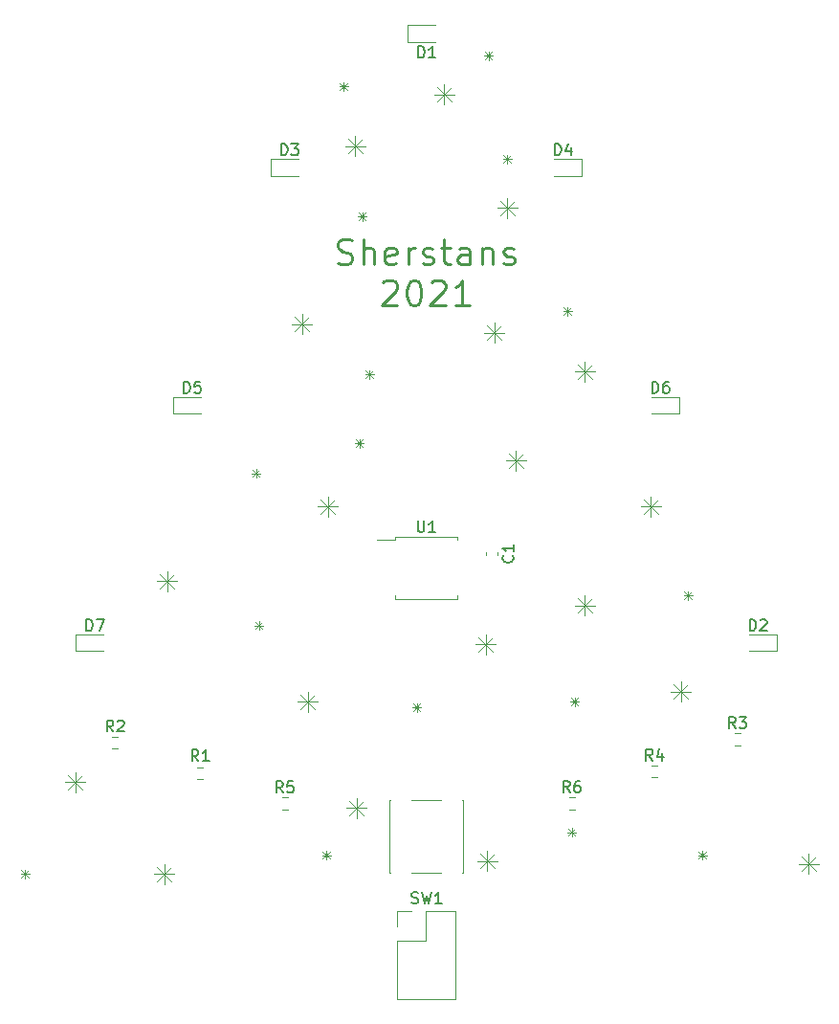
<source format=gto>
G04 #@! TF.GenerationSoftware,KiCad,Pcbnew,(5.1.10-1-10_14)*
G04 #@! TF.CreationDate,2021-11-27T23:13:30-07:00*
G04 #@! TF.ProjectId,ChristmasTreePCB,43687269-7374-46d6-9173-547265655043,rev?*
G04 #@! TF.SameCoordinates,Original*
G04 #@! TF.FileFunction,Legend,Top*
G04 #@! TF.FilePolarity,Positive*
%FSLAX46Y46*%
G04 Gerber Fmt 4.6, Leading zero omitted, Abs format (unit mm)*
G04 Created by KiCad (PCBNEW (5.1.10-1-10_14)) date 2021-11-27 23:13:30*
%MOMM*%
%LPD*%
G01*
G04 APERTURE LIST*
%ADD10C,0.120000*%
%ADD11C,0.250000*%
%ADD12C,0.150000*%
%ADD13R,1.700000X1.700000*%
%ADD14O,1.700000X1.700000*%
%ADD15C,2.100000*%
%ADD16R,1.300000X1.550000*%
%ADD17R,2.000000X2.000000*%
%ADD18C,2.000000*%
G04 APERTURE END LIST*
D10*
X255524000Y-81026000D02*
X255524000Y-81788000D01*
X255206500Y-81089500D02*
X255841500Y-81724500D01*
X255143000Y-81407000D02*
X255905000Y-81407000D01*
X255841500Y-81089500D02*
X255206500Y-81724500D01*
X257111500Y-104076500D02*
X256476500Y-104711500D01*
X256413000Y-104394000D02*
X257175000Y-104394000D01*
X256794000Y-104013000D02*
X256794000Y-104775000D01*
X256476500Y-104076500D02*
X257111500Y-104711500D01*
X245554500Y-102044500D02*
X244919500Y-102679500D01*
X245237000Y-101981000D02*
X245237000Y-102743000D01*
X244919500Y-102044500D02*
X245554500Y-102679500D01*
X244856000Y-102362000D02*
X245618000Y-102362000D01*
X245808500Y-90487500D02*
X245173500Y-91122500D01*
X245491000Y-90424000D02*
X245491000Y-91186000D01*
X245173500Y-90487500D02*
X245808500Y-91122500D01*
X245110000Y-90805000D02*
X245872000Y-90805000D01*
X231140000Y-91313000D02*
X231902000Y-91313000D01*
X231838500Y-90995500D02*
X231203500Y-91630500D01*
X231521000Y-90932000D02*
X231521000Y-91694000D01*
X231203500Y-90995500D02*
X231838500Y-91630500D01*
X223520000Y-104013000D02*
X223520000Y-104775000D01*
X223202500Y-104076500D02*
X223837500Y-104711500D01*
X223837500Y-104076500D02*
X223202500Y-104711500D01*
X223139000Y-104394000D02*
X223901000Y-104394000D01*
X196469000Y-106045000D02*
X197231000Y-106045000D01*
X197167500Y-105727500D02*
X196532500Y-106362500D01*
X196532500Y-105727500D02*
X197167500Y-106362500D01*
X196850000Y-105664000D02*
X196850000Y-106426000D01*
X217233500Y-83756500D02*
X217868500Y-84391500D01*
X217868500Y-83756500D02*
X217233500Y-84391500D01*
X217551000Y-83693000D02*
X217551000Y-84455000D01*
X217170000Y-84074000D02*
X217932000Y-84074000D01*
X227012500Y-61531500D02*
X227647500Y-62166500D01*
X227647500Y-61531500D02*
X227012500Y-62166500D01*
X226949000Y-61849000D02*
X227711000Y-61849000D01*
X227330000Y-61468000D02*
X227330000Y-62230000D01*
X244856000Y-55880000D02*
X244856000Y-56642000D01*
X244538500Y-55943500D02*
X245173500Y-56578500D01*
X245173500Y-55943500D02*
X244538500Y-56578500D01*
X244475000Y-56261000D02*
X245237000Y-56261000D01*
X266827000Y-104521000D02*
X265557000Y-105791000D01*
X265557000Y-104521000D02*
X266827000Y-105791000D01*
X266192000Y-104267000D02*
X266192000Y-106045000D01*
X265303000Y-105156000D02*
X267081000Y-105156000D01*
X238379000Y-104267000D02*
X237109000Y-105537000D01*
X237109000Y-104267000D02*
X238379000Y-105537000D01*
X237744000Y-104013000D02*
X237744000Y-105791000D01*
X236855000Y-104902000D02*
X238633000Y-104902000D01*
X226822000Y-99568000D02*
X225552000Y-100838000D01*
X225552000Y-99568000D02*
X226822000Y-100838000D01*
X225298000Y-100203000D02*
X227076000Y-100203000D01*
X226187000Y-99314000D02*
X226187000Y-101092000D01*
X208280000Y-106045000D02*
X210058000Y-106045000D01*
X209804000Y-105410000D02*
X208534000Y-106680000D01*
X209169000Y-105156000D02*
X209169000Y-106934000D01*
X208534000Y-105410000D02*
X209804000Y-106680000D01*
X201295000Y-97028000D02*
X201295000Y-98806000D01*
X201930000Y-97282000D02*
X200660000Y-98552000D01*
X200660000Y-97282000D02*
X201930000Y-98552000D01*
X200406000Y-97917000D02*
X202184000Y-97917000D01*
X222504000Y-90170000D02*
X221234000Y-91440000D01*
X221869000Y-89916000D02*
X221869000Y-91694000D01*
X221234000Y-90170000D02*
X222504000Y-91440000D01*
X220980000Y-90805000D02*
X222758000Y-90805000D01*
X236982000Y-85090000D02*
X238252000Y-86360000D01*
X237617000Y-84836000D02*
X237617000Y-86614000D01*
X236728000Y-85725000D02*
X238506000Y-85725000D01*
X238252000Y-85090000D02*
X236982000Y-86360000D01*
X254889000Y-89027000D02*
X254889000Y-90805000D01*
X255524000Y-89281000D02*
X254254000Y-90551000D01*
X254254000Y-89281000D02*
X255524000Y-90551000D01*
X254000000Y-89916000D02*
X255778000Y-89916000D01*
X240284000Y-68580000D02*
X240284000Y-70358000D01*
X240919000Y-68834000D02*
X239649000Y-70104000D01*
X239395000Y-69469000D02*
X241173000Y-69469000D01*
X239649000Y-68834000D02*
X240919000Y-70104000D01*
X252222000Y-72644000D02*
X252222000Y-74422000D01*
X251333000Y-73533000D02*
X253111000Y-73533000D01*
X251587000Y-72898000D02*
X252857000Y-74168000D01*
X252857000Y-72898000D02*
X251587000Y-74168000D01*
X245491000Y-82296000D02*
X247269000Y-82296000D01*
X246380000Y-81407000D02*
X246380000Y-83185000D01*
X247015000Y-81661000D02*
X245745000Y-82931000D01*
X245745000Y-81661000D02*
X247015000Y-82931000D01*
X210058000Y-79502000D02*
X208788000Y-80772000D01*
X208534000Y-80137000D02*
X210312000Y-80137000D01*
X208788000Y-79502000D02*
X210058000Y-80772000D01*
X209423000Y-79248000D02*
X209423000Y-81026000D01*
X224282000Y-72898000D02*
X223012000Y-74168000D01*
X222758000Y-73533000D02*
X224536000Y-73533000D01*
X223012000Y-72898000D02*
X224282000Y-74168000D01*
X223647000Y-72644000D02*
X223647000Y-74422000D01*
X226123500Y-67627500D02*
X226758500Y-68262500D01*
X226441000Y-67564000D02*
X226441000Y-68326000D01*
X226060000Y-67945000D02*
X226822000Y-67945000D01*
X226758500Y-67627500D02*
X226123500Y-68262500D01*
X217297000Y-70231000D02*
X217297000Y-70993000D01*
X216979500Y-70294500D02*
X217614500Y-70929500D01*
X217614500Y-70294500D02*
X216979500Y-70929500D01*
X216916000Y-70612000D02*
X217678000Y-70612000D01*
X237744000Y-57531000D02*
X239014000Y-58801000D01*
X239014000Y-57531000D02*
X237744000Y-58801000D01*
X237490000Y-58166000D02*
X239268000Y-58166000D01*
X238379000Y-57277000D02*
X238379000Y-59055000D01*
X247015000Y-60960000D02*
X245745000Y-62230000D01*
X245491000Y-61595000D02*
X247269000Y-61595000D01*
X245745000Y-60960000D02*
X247015000Y-62230000D01*
X246380000Y-60706000D02*
X246380000Y-62484000D01*
X227012500Y-47561500D02*
X226377500Y-48196500D01*
X226377500Y-47561500D02*
X227012500Y-48196500D01*
X226695000Y-47498000D02*
X226695000Y-48260000D01*
X226314000Y-47879000D02*
X227076000Y-47879000D01*
X237490000Y-33655000D02*
X238252000Y-33655000D01*
X237871000Y-33274000D02*
X237871000Y-34036000D01*
X237553500Y-33337500D02*
X238188500Y-33972500D01*
X238188500Y-33337500D02*
X237553500Y-33972500D01*
X239522000Y-42418000D02*
X239522000Y-43180000D01*
X239204500Y-42481500D02*
X239839500Y-43116500D01*
X239839500Y-42481500D02*
X239204500Y-43116500D01*
X239141000Y-42799000D02*
X239903000Y-42799000D01*
X240157000Y-46482000D02*
X238887000Y-47752000D01*
X238633000Y-47117000D02*
X240411000Y-47117000D01*
X238887000Y-46482000D02*
X240157000Y-47752000D01*
X239522000Y-46228000D02*
X239522000Y-48006000D01*
X221996000Y-56769000D02*
X220726000Y-58039000D01*
X221361000Y-56515000D02*
X221361000Y-58293000D01*
X220472000Y-57404000D02*
X222250000Y-57404000D01*
X220726000Y-56769000D02*
X221996000Y-58039000D01*
X234569000Y-36449000D02*
X233299000Y-37719000D01*
X233934000Y-36195000D02*
X233934000Y-37973000D01*
X233045000Y-37084000D02*
X234823000Y-37084000D01*
X233299000Y-36449000D02*
X234569000Y-37719000D01*
X225171000Y-41656000D02*
X226949000Y-41656000D01*
X226060000Y-40767000D02*
X226060000Y-42545000D01*
X225425000Y-41021000D02*
X226695000Y-42291000D01*
X226695000Y-41021000D02*
X225425000Y-42291000D01*
X225044000Y-36004500D02*
X225044000Y-36766500D01*
X224663000Y-36385500D02*
X225425000Y-36385500D01*
X224726500Y-36068000D02*
X225361500Y-36703000D01*
X225361500Y-36068000D02*
X224726500Y-36703000D01*
D11*
X224537771Y-52031814D02*
X224859200Y-52138957D01*
X225394914Y-52138957D01*
X225609200Y-52031814D01*
X225716342Y-51924671D01*
X225823485Y-51710385D01*
X225823485Y-51496100D01*
X225716342Y-51281814D01*
X225609200Y-51174671D01*
X225394914Y-51067528D01*
X224966342Y-50960385D01*
X224752057Y-50853242D01*
X224644914Y-50746100D01*
X224537771Y-50531814D01*
X224537771Y-50317528D01*
X224644914Y-50103242D01*
X224752057Y-49996100D01*
X224966342Y-49888957D01*
X225502057Y-49888957D01*
X225823485Y-49996100D01*
X226787771Y-52138957D02*
X226787771Y-49888957D01*
X227752057Y-52138957D02*
X227752057Y-50960385D01*
X227644914Y-50746100D01*
X227430628Y-50638957D01*
X227109200Y-50638957D01*
X226894914Y-50746100D01*
X226787771Y-50853242D01*
X229680628Y-52031814D02*
X229466342Y-52138957D01*
X229037771Y-52138957D01*
X228823485Y-52031814D01*
X228716342Y-51817528D01*
X228716342Y-50960385D01*
X228823485Y-50746100D01*
X229037771Y-50638957D01*
X229466342Y-50638957D01*
X229680628Y-50746100D01*
X229787771Y-50960385D01*
X229787771Y-51174671D01*
X228716342Y-51388957D01*
X230752057Y-52138957D02*
X230752057Y-50638957D01*
X230752057Y-51067528D02*
X230859200Y-50853242D01*
X230966342Y-50746100D01*
X231180628Y-50638957D01*
X231394914Y-50638957D01*
X232037771Y-52031814D02*
X232252057Y-52138957D01*
X232680628Y-52138957D01*
X232894914Y-52031814D01*
X233002057Y-51817528D01*
X233002057Y-51710385D01*
X232894914Y-51496100D01*
X232680628Y-51388957D01*
X232359200Y-51388957D01*
X232144914Y-51281814D01*
X232037771Y-51067528D01*
X232037771Y-50960385D01*
X232144914Y-50746100D01*
X232359200Y-50638957D01*
X232680628Y-50638957D01*
X232894914Y-50746100D01*
X233644914Y-50638957D02*
X234502057Y-50638957D01*
X233966342Y-49888957D02*
X233966342Y-51817528D01*
X234073485Y-52031814D01*
X234287771Y-52138957D01*
X234502057Y-52138957D01*
X236216342Y-52138957D02*
X236216342Y-50960385D01*
X236109200Y-50746100D01*
X235894914Y-50638957D01*
X235466342Y-50638957D01*
X235252057Y-50746100D01*
X236216342Y-52031814D02*
X236002057Y-52138957D01*
X235466342Y-52138957D01*
X235252057Y-52031814D01*
X235144914Y-51817528D01*
X235144914Y-51603242D01*
X235252057Y-51388957D01*
X235466342Y-51281814D01*
X236002057Y-51281814D01*
X236216342Y-51174671D01*
X237287771Y-50638957D02*
X237287771Y-52138957D01*
X237287771Y-50853242D02*
X237394914Y-50746100D01*
X237609200Y-50638957D01*
X237930628Y-50638957D01*
X238144914Y-50746100D01*
X238252057Y-50960385D01*
X238252057Y-52138957D01*
X239216342Y-52031814D02*
X239430628Y-52138957D01*
X239859200Y-52138957D01*
X240073485Y-52031814D01*
X240180628Y-51817528D01*
X240180628Y-51710385D01*
X240073485Y-51496100D01*
X239859200Y-51388957D01*
X239537771Y-51388957D01*
X239323485Y-51281814D01*
X239216342Y-51067528D01*
X239216342Y-50960385D01*
X239323485Y-50746100D01*
X239537771Y-50638957D01*
X239859200Y-50638957D01*
X240073485Y-50746100D01*
X228502057Y-53728242D02*
X228609200Y-53621100D01*
X228823485Y-53513957D01*
X229359200Y-53513957D01*
X229573485Y-53621100D01*
X229680628Y-53728242D01*
X229787771Y-53942528D01*
X229787771Y-54156814D01*
X229680628Y-54478242D01*
X228394914Y-55763957D01*
X229787771Y-55763957D01*
X231180628Y-53513957D02*
X231394914Y-53513957D01*
X231609200Y-53621100D01*
X231716342Y-53728242D01*
X231823485Y-53942528D01*
X231930628Y-54371100D01*
X231930628Y-54906814D01*
X231823485Y-55335385D01*
X231716342Y-55549671D01*
X231609200Y-55656814D01*
X231394914Y-55763957D01*
X231180628Y-55763957D01*
X230966342Y-55656814D01*
X230859200Y-55549671D01*
X230752057Y-55335385D01*
X230644914Y-54906814D01*
X230644914Y-54371100D01*
X230752057Y-53942528D01*
X230859200Y-53728242D01*
X230966342Y-53621100D01*
X231180628Y-53513957D01*
X232787771Y-53728242D02*
X232894914Y-53621100D01*
X233109200Y-53513957D01*
X233644914Y-53513957D01*
X233859200Y-53621100D01*
X233966342Y-53728242D01*
X234073485Y-53942528D01*
X234073485Y-54156814D01*
X233966342Y-54478242D01*
X232680628Y-55763957D01*
X234073485Y-55763957D01*
X236216342Y-55763957D02*
X234930628Y-55763957D01*
X235573485Y-55763957D02*
X235573485Y-53513957D01*
X235359200Y-53835385D01*
X235144914Y-54049671D01*
X234930628Y-54156814D01*
D10*
X238635000Y-77850867D02*
X238635000Y-77558333D01*
X237615000Y-77850867D02*
X237615000Y-77558333D01*
X230721700Y-32438400D02*
X233181700Y-32438400D01*
X230721700Y-30968400D02*
X230721700Y-32438400D01*
X233181700Y-30968400D02*
X230721700Y-30968400D01*
X260919500Y-86340600D02*
X263379500Y-86340600D01*
X263379500Y-86340600D02*
X263379500Y-84870600D01*
X263379500Y-84870600D02*
X260919500Y-84870600D01*
X218594100Y-44278600D02*
X221054100Y-44278600D01*
X218594100Y-42808600D02*
X218594100Y-44278600D01*
X221054100Y-42808600D02*
X218594100Y-42808600D01*
X243664300Y-44278600D02*
X246124300Y-44278600D01*
X246124300Y-44278600D02*
X246124300Y-42808600D01*
X246124300Y-42808600D02*
X243664300Y-42808600D01*
X209966500Y-65306600D02*
X212426500Y-65306600D01*
X209966500Y-63836600D02*
X209966500Y-65306600D01*
X212426500Y-63836600D02*
X209966500Y-63836600D01*
X252291900Y-65306600D02*
X254751900Y-65306600D01*
X254751900Y-65306600D02*
X254751900Y-63836600D01*
X254751900Y-63836600D02*
X252291900Y-63836600D01*
X201338900Y-86340600D02*
X203798900Y-86340600D01*
X201338900Y-84870600D02*
X201338900Y-86340600D01*
X203798900Y-84870600D02*
X201338900Y-84870600D01*
X229754200Y-109367000D02*
X231084200Y-109367000D01*
X229754200Y-110697000D02*
X229754200Y-109367000D01*
X232354200Y-109367000D02*
X234954200Y-109367000D01*
X232354200Y-111967000D02*
X232354200Y-109367000D01*
X229754200Y-111967000D02*
X232354200Y-111967000D01*
X234954200Y-109367000D02*
X234954200Y-117107000D01*
X229754200Y-111967000D02*
X229754200Y-117107000D01*
X229754200Y-117107000D02*
X234954200Y-117107000D01*
X212616058Y-96599934D02*
X212106610Y-96599934D01*
X212616058Y-97644934D02*
X212106610Y-97644934D01*
X204571676Y-93907100D02*
X205081124Y-93907100D01*
X204571676Y-94952100D02*
X205081124Y-94952100D01*
X260146724Y-93627099D02*
X259637276Y-93627099D01*
X260146724Y-94672099D02*
X259637276Y-94672099D01*
X252309342Y-96459933D02*
X252818790Y-96459933D01*
X252309342Y-97504933D02*
X252818790Y-97504933D01*
X220150992Y-99292768D02*
X219641544Y-99292768D01*
X220150992Y-100337768D02*
X219641544Y-100337768D01*
X244981409Y-99292768D02*
X245490857Y-99292768D01*
X244981409Y-100337768D02*
X245490857Y-100337768D01*
X232359200Y-81692100D02*
X235106700Y-81692100D01*
X235106700Y-81692100D02*
X235106700Y-81409600D01*
X232359200Y-81692100D02*
X229611700Y-81692100D01*
X229611700Y-81692100D02*
X229611700Y-81409600D01*
X232359200Y-76197100D02*
X235106700Y-76197100D01*
X235106700Y-76197100D02*
X235106700Y-76479600D01*
X232359200Y-76197100D02*
X229611700Y-76197100D01*
X229611700Y-76197100D02*
X229611700Y-76479600D01*
X229611700Y-76479600D02*
X227959200Y-76479600D01*
X235589200Y-105983101D02*
X235589200Y-99523101D01*
X231059200Y-105983101D02*
X233659200Y-105983101D01*
X229129200Y-105983101D02*
X229129200Y-99523101D01*
X231059200Y-99523101D02*
X233659200Y-99523101D01*
X229159200Y-105983101D02*
X229129200Y-105983101D01*
X235589200Y-105983101D02*
X235559200Y-105983101D01*
X235589200Y-99523101D02*
X235559200Y-99523101D01*
X229129200Y-99523101D02*
X229159200Y-99523101D01*
D12*
X240006142Y-77871266D02*
X240053761Y-77918885D01*
X240101380Y-78061742D01*
X240101380Y-78156980D01*
X240053761Y-78299838D01*
X239958523Y-78395076D01*
X239863285Y-78442695D01*
X239672809Y-78490314D01*
X239529952Y-78490314D01*
X239339476Y-78442695D01*
X239244238Y-78395076D01*
X239149000Y-78299838D01*
X239101380Y-78156980D01*
X239101380Y-78061742D01*
X239149000Y-77918885D01*
X239196619Y-77871266D01*
X240101380Y-76918885D02*
X240101380Y-77490314D01*
X240101380Y-77204600D02*
X239101380Y-77204600D01*
X239244238Y-77299838D01*
X239339476Y-77395076D01*
X239387095Y-77490314D01*
X231643604Y-33835980D02*
X231643604Y-32835980D01*
X231881700Y-32835980D01*
X232024557Y-32883600D01*
X232119795Y-32978838D01*
X232167414Y-33074076D01*
X232215033Y-33264552D01*
X232215033Y-33407409D01*
X232167414Y-33597885D01*
X232119795Y-33693123D01*
X232024557Y-33788361D01*
X231881700Y-33835980D01*
X231643604Y-33835980D01*
X233167414Y-33835980D02*
X232595985Y-33835980D01*
X232881700Y-33835980D02*
X232881700Y-32835980D01*
X232786461Y-32978838D01*
X232691223Y-33074076D01*
X232595985Y-33121695D01*
X260981404Y-84533980D02*
X260981404Y-83533980D01*
X261219500Y-83533980D01*
X261362357Y-83581600D01*
X261457595Y-83676838D01*
X261505214Y-83772076D01*
X261552833Y-83962552D01*
X261552833Y-84105409D01*
X261505214Y-84295885D01*
X261457595Y-84391123D01*
X261362357Y-84486361D01*
X261219500Y-84533980D01*
X260981404Y-84533980D01*
X261933785Y-83629219D02*
X261981404Y-83581600D01*
X262076642Y-83533980D01*
X262314738Y-83533980D01*
X262409976Y-83581600D01*
X262457595Y-83629219D01*
X262505214Y-83724457D01*
X262505214Y-83819695D01*
X262457595Y-83962552D01*
X261886166Y-84533980D01*
X262505214Y-84533980D01*
X219516004Y-42471980D02*
X219516004Y-41471980D01*
X219754100Y-41471980D01*
X219896957Y-41519600D01*
X219992195Y-41614838D01*
X220039814Y-41710076D01*
X220087433Y-41900552D01*
X220087433Y-42043409D01*
X220039814Y-42233885D01*
X219992195Y-42329123D01*
X219896957Y-42424361D01*
X219754100Y-42471980D01*
X219516004Y-42471980D01*
X220420766Y-41471980D02*
X221039814Y-41471980D01*
X220706480Y-41852933D01*
X220849338Y-41852933D01*
X220944576Y-41900552D01*
X220992195Y-41948171D01*
X221039814Y-42043409D01*
X221039814Y-42281504D01*
X220992195Y-42376742D01*
X220944576Y-42424361D01*
X220849338Y-42471980D01*
X220563623Y-42471980D01*
X220468385Y-42424361D01*
X220420766Y-42376742D01*
X243726204Y-42471980D02*
X243726204Y-41471980D01*
X243964300Y-41471980D01*
X244107157Y-41519600D01*
X244202395Y-41614838D01*
X244250014Y-41710076D01*
X244297633Y-41900552D01*
X244297633Y-42043409D01*
X244250014Y-42233885D01*
X244202395Y-42329123D01*
X244107157Y-42424361D01*
X243964300Y-42471980D01*
X243726204Y-42471980D01*
X245154776Y-41805314D02*
X245154776Y-42471980D01*
X244916680Y-41424361D02*
X244678585Y-42138647D01*
X245297633Y-42138647D01*
X210888404Y-63499980D02*
X210888404Y-62499980D01*
X211126500Y-62499980D01*
X211269357Y-62547600D01*
X211364595Y-62642838D01*
X211412214Y-62738076D01*
X211459833Y-62928552D01*
X211459833Y-63071409D01*
X211412214Y-63261885D01*
X211364595Y-63357123D01*
X211269357Y-63452361D01*
X211126500Y-63499980D01*
X210888404Y-63499980D01*
X212364595Y-62499980D02*
X211888404Y-62499980D01*
X211840785Y-62976171D01*
X211888404Y-62928552D01*
X211983642Y-62880933D01*
X212221738Y-62880933D01*
X212316976Y-62928552D01*
X212364595Y-62976171D01*
X212412214Y-63071409D01*
X212412214Y-63309504D01*
X212364595Y-63404742D01*
X212316976Y-63452361D01*
X212221738Y-63499980D01*
X211983642Y-63499980D01*
X211888404Y-63452361D01*
X211840785Y-63404742D01*
X252353804Y-63499980D02*
X252353804Y-62499980D01*
X252591900Y-62499980D01*
X252734757Y-62547600D01*
X252829995Y-62642838D01*
X252877614Y-62738076D01*
X252925233Y-62928552D01*
X252925233Y-63071409D01*
X252877614Y-63261885D01*
X252829995Y-63357123D01*
X252734757Y-63452361D01*
X252591900Y-63499980D01*
X252353804Y-63499980D01*
X253782376Y-62499980D02*
X253591900Y-62499980D01*
X253496661Y-62547600D01*
X253449042Y-62595219D01*
X253353804Y-62738076D01*
X253306185Y-62928552D01*
X253306185Y-63309504D01*
X253353804Y-63404742D01*
X253401423Y-63452361D01*
X253496661Y-63499980D01*
X253687138Y-63499980D01*
X253782376Y-63452361D01*
X253829995Y-63404742D01*
X253877614Y-63309504D01*
X253877614Y-63071409D01*
X253829995Y-62976171D01*
X253782376Y-62928552D01*
X253687138Y-62880933D01*
X253496661Y-62880933D01*
X253401423Y-62928552D01*
X253353804Y-62976171D01*
X253306185Y-63071409D01*
X202260804Y-84533980D02*
X202260804Y-83533980D01*
X202498900Y-83533980D01*
X202641757Y-83581600D01*
X202736995Y-83676838D01*
X202784614Y-83772076D01*
X202832233Y-83962552D01*
X202832233Y-84105409D01*
X202784614Y-84295885D01*
X202736995Y-84391123D01*
X202641757Y-84486361D01*
X202498900Y-84533980D01*
X202260804Y-84533980D01*
X203165566Y-83533980D02*
X203832233Y-83533980D01*
X203403661Y-84533980D01*
X212194667Y-96057980D02*
X211861334Y-95581790D01*
X211623238Y-96057980D02*
X211623238Y-95057980D01*
X212004191Y-95057980D01*
X212099429Y-95105600D01*
X212147048Y-95153219D01*
X212194667Y-95248457D01*
X212194667Y-95391314D01*
X212147048Y-95486552D01*
X212099429Y-95534171D01*
X212004191Y-95581790D01*
X211623238Y-95581790D01*
X213147048Y-96057980D02*
X212575619Y-96057980D01*
X212861334Y-96057980D02*
X212861334Y-95057980D01*
X212766095Y-95200838D01*
X212670857Y-95296076D01*
X212575619Y-95343695D01*
X204659733Y-93451980D02*
X204326400Y-92975790D01*
X204088304Y-93451980D02*
X204088304Y-92451980D01*
X204469257Y-92451980D01*
X204564495Y-92499600D01*
X204612114Y-92547219D01*
X204659733Y-92642457D01*
X204659733Y-92785314D01*
X204612114Y-92880552D01*
X204564495Y-92928171D01*
X204469257Y-92975790D01*
X204088304Y-92975790D01*
X205040685Y-92547219D02*
X205088304Y-92499600D01*
X205183542Y-92451980D01*
X205421638Y-92451980D01*
X205516876Y-92499600D01*
X205564495Y-92547219D01*
X205612114Y-92642457D01*
X205612114Y-92737695D01*
X205564495Y-92880552D01*
X204993066Y-93451980D01*
X205612114Y-93451980D01*
X259725333Y-93162380D02*
X259392000Y-92686190D01*
X259153904Y-93162380D02*
X259153904Y-92162380D01*
X259534857Y-92162380D01*
X259630095Y-92210000D01*
X259677714Y-92257619D01*
X259725333Y-92352857D01*
X259725333Y-92495714D01*
X259677714Y-92590952D01*
X259630095Y-92638571D01*
X259534857Y-92686190D01*
X259153904Y-92686190D01*
X260058666Y-92162380D02*
X260677714Y-92162380D01*
X260344380Y-92543333D01*
X260487238Y-92543333D01*
X260582476Y-92590952D01*
X260630095Y-92638571D01*
X260677714Y-92733809D01*
X260677714Y-92971904D01*
X260630095Y-93067142D01*
X260582476Y-93114761D01*
X260487238Y-93162380D01*
X260201523Y-93162380D01*
X260106285Y-93114761D01*
X260058666Y-93067142D01*
X252397399Y-96004813D02*
X252064066Y-95528623D01*
X251825970Y-96004813D02*
X251825970Y-95004813D01*
X252206923Y-95004813D01*
X252302161Y-95052433D01*
X252349780Y-95100052D01*
X252397399Y-95195290D01*
X252397399Y-95338147D01*
X252349780Y-95433385D01*
X252302161Y-95481004D01*
X252206923Y-95528623D01*
X251825970Y-95528623D01*
X253254542Y-95338147D02*
X253254542Y-96004813D01*
X253016446Y-94957194D02*
X252778351Y-95671480D01*
X253397399Y-95671480D01*
X219670333Y-98851980D02*
X219337000Y-98375790D01*
X219098904Y-98851980D02*
X219098904Y-97851980D01*
X219479857Y-97851980D01*
X219575095Y-97899600D01*
X219622714Y-97947219D01*
X219670333Y-98042457D01*
X219670333Y-98185314D01*
X219622714Y-98280552D01*
X219575095Y-98328171D01*
X219479857Y-98375790D01*
X219098904Y-98375790D01*
X220575095Y-97851980D02*
X220098904Y-97851980D01*
X220051285Y-98328171D01*
X220098904Y-98280552D01*
X220194142Y-98232933D01*
X220432238Y-98232933D01*
X220527476Y-98280552D01*
X220575095Y-98328171D01*
X220622714Y-98423409D01*
X220622714Y-98661504D01*
X220575095Y-98756742D01*
X220527476Y-98804361D01*
X220432238Y-98851980D01*
X220194142Y-98851980D01*
X220098904Y-98804361D01*
X220051285Y-98756742D01*
X245069466Y-98837648D02*
X244736133Y-98361458D01*
X244498037Y-98837648D02*
X244498037Y-97837648D01*
X244878990Y-97837648D01*
X244974228Y-97885268D01*
X245021847Y-97932887D01*
X245069466Y-98028125D01*
X245069466Y-98170982D01*
X245021847Y-98266220D01*
X244974228Y-98313839D01*
X244878990Y-98361458D01*
X244498037Y-98361458D01*
X245926609Y-97837648D02*
X245736133Y-97837648D01*
X245640894Y-97885268D01*
X245593275Y-97932887D01*
X245498037Y-98075744D01*
X245450418Y-98266220D01*
X245450418Y-98647172D01*
X245498037Y-98742410D01*
X245545656Y-98790029D01*
X245640894Y-98837648D01*
X245831371Y-98837648D01*
X245926609Y-98790029D01*
X245974228Y-98742410D01*
X246021847Y-98647172D01*
X246021847Y-98409077D01*
X245974228Y-98313839D01*
X245926609Y-98266220D01*
X245831371Y-98218601D01*
X245640894Y-98218601D01*
X245545656Y-98266220D01*
X245498037Y-98313839D01*
X245450418Y-98409077D01*
X231597295Y-74806980D02*
X231597295Y-75616504D01*
X231644914Y-75711742D01*
X231692533Y-75759361D01*
X231787771Y-75806980D01*
X231978247Y-75806980D01*
X232073485Y-75759361D01*
X232121104Y-75711742D01*
X232168723Y-75616504D01*
X232168723Y-74806980D01*
X233168723Y-75806980D02*
X232597295Y-75806980D01*
X232883009Y-75806980D02*
X232883009Y-74806980D01*
X232787771Y-74949838D01*
X232692533Y-75045076D01*
X232597295Y-75092695D01*
X231076666Y-108608761D02*
X231219523Y-108656380D01*
X231457619Y-108656380D01*
X231552857Y-108608761D01*
X231600476Y-108561142D01*
X231648095Y-108465904D01*
X231648095Y-108370666D01*
X231600476Y-108275428D01*
X231552857Y-108227809D01*
X231457619Y-108180190D01*
X231267142Y-108132571D01*
X231171904Y-108084952D01*
X231124285Y-108037333D01*
X231076666Y-107942095D01*
X231076666Y-107846857D01*
X231124285Y-107751619D01*
X231171904Y-107704000D01*
X231267142Y-107656380D01*
X231505238Y-107656380D01*
X231648095Y-107704000D01*
X231981428Y-107656380D02*
X232219523Y-108656380D01*
X232410000Y-107942095D01*
X232600476Y-108656380D01*
X232838571Y-107656380D01*
X233743333Y-108656380D02*
X233171904Y-108656380D01*
X233457619Y-108656380D02*
X233457619Y-107656380D01*
X233362380Y-107799238D01*
X233267142Y-107894476D01*
X233171904Y-107942095D01*
%LPC*%
G36*
G01*
X238362500Y-79104600D02*
X237887500Y-79104600D01*
G75*
G02*
X237650000Y-78867100I0J237500D01*
G01*
X237650000Y-78267100D01*
G75*
G02*
X237887500Y-78029600I237500J0D01*
G01*
X238362500Y-78029600D01*
G75*
G02*
X238600000Y-78267100I0J-237500D01*
G01*
X238600000Y-78867100D01*
G75*
G02*
X238362500Y-79104600I-237500J0D01*
G01*
G37*
G36*
G01*
X238362500Y-77379600D02*
X237887500Y-77379600D01*
G75*
G02*
X237650000Y-77142100I0J237500D01*
G01*
X237650000Y-76542100D01*
G75*
G02*
X237887500Y-76304600I237500J0D01*
G01*
X238362500Y-76304600D01*
G75*
G02*
X238600000Y-76542100I0J-237500D01*
G01*
X238600000Y-77142100D01*
G75*
G02*
X238362500Y-77379600I-237500J0D01*
G01*
G37*
G36*
G01*
X230981700Y-31940900D02*
X230981700Y-31465900D01*
G75*
G02*
X231219200Y-31228400I237500J0D01*
G01*
X231794200Y-31228400D01*
G75*
G02*
X232031700Y-31465900I0J-237500D01*
G01*
X232031700Y-31940900D01*
G75*
G02*
X231794200Y-32178400I-237500J0D01*
G01*
X231219200Y-32178400D01*
G75*
G02*
X230981700Y-31940900I0J237500D01*
G01*
G37*
G36*
G01*
X232731700Y-31940900D02*
X232731700Y-31465900D01*
G75*
G02*
X232969200Y-31228400I237500J0D01*
G01*
X233544200Y-31228400D01*
G75*
G02*
X233781700Y-31465900I0J-237500D01*
G01*
X233781700Y-31940900D01*
G75*
G02*
X233544200Y-32178400I-237500J0D01*
G01*
X232969200Y-32178400D01*
G75*
G02*
X232731700Y-31940900I0J237500D01*
G01*
G37*
G36*
G01*
X261369500Y-85368100D02*
X261369500Y-85843100D01*
G75*
G02*
X261132000Y-86080600I-237500J0D01*
G01*
X260557000Y-86080600D01*
G75*
G02*
X260319500Y-85843100I0J237500D01*
G01*
X260319500Y-85368100D01*
G75*
G02*
X260557000Y-85130600I237500J0D01*
G01*
X261132000Y-85130600D01*
G75*
G02*
X261369500Y-85368100I0J-237500D01*
G01*
G37*
G36*
G01*
X263119500Y-85368100D02*
X263119500Y-85843100D01*
G75*
G02*
X262882000Y-86080600I-237500J0D01*
G01*
X262307000Y-86080600D01*
G75*
G02*
X262069500Y-85843100I0J237500D01*
G01*
X262069500Y-85368100D01*
G75*
G02*
X262307000Y-85130600I237500J0D01*
G01*
X262882000Y-85130600D01*
G75*
G02*
X263119500Y-85368100I0J-237500D01*
G01*
G37*
G36*
G01*
X218854100Y-43781100D02*
X218854100Y-43306100D01*
G75*
G02*
X219091600Y-43068600I237500J0D01*
G01*
X219666600Y-43068600D01*
G75*
G02*
X219904100Y-43306100I0J-237500D01*
G01*
X219904100Y-43781100D01*
G75*
G02*
X219666600Y-44018600I-237500J0D01*
G01*
X219091600Y-44018600D01*
G75*
G02*
X218854100Y-43781100I0J237500D01*
G01*
G37*
G36*
G01*
X220604100Y-43781100D02*
X220604100Y-43306100D01*
G75*
G02*
X220841600Y-43068600I237500J0D01*
G01*
X221416600Y-43068600D01*
G75*
G02*
X221654100Y-43306100I0J-237500D01*
G01*
X221654100Y-43781100D01*
G75*
G02*
X221416600Y-44018600I-237500J0D01*
G01*
X220841600Y-44018600D01*
G75*
G02*
X220604100Y-43781100I0J237500D01*
G01*
G37*
G36*
G01*
X244114300Y-43306100D02*
X244114300Y-43781100D01*
G75*
G02*
X243876800Y-44018600I-237500J0D01*
G01*
X243301800Y-44018600D01*
G75*
G02*
X243064300Y-43781100I0J237500D01*
G01*
X243064300Y-43306100D01*
G75*
G02*
X243301800Y-43068600I237500J0D01*
G01*
X243876800Y-43068600D01*
G75*
G02*
X244114300Y-43306100I0J-237500D01*
G01*
G37*
G36*
G01*
X245864300Y-43306100D02*
X245864300Y-43781100D01*
G75*
G02*
X245626800Y-44018600I-237500J0D01*
G01*
X245051800Y-44018600D01*
G75*
G02*
X244814300Y-43781100I0J237500D01*
G01*
X244814300Y-43306100D01*
G75*
G02*
X245051800Y-43068600I237500J0D01*
G01*
X245626800Y-43068600D01*
G75*
G02*
X245864300Y-43306100I0J-237500D01*
G01*
G37*
G36*
G01*
X210226500Y-64809100D02*
X210226500Y-64334100D01*
G75*
G02*
X210464000Y-64096600I237500J0D01*
G01*
X211039000Y-64096600D01*
G75*
G02*
X211276500Y-64334100I0J-237500D01*
G01*
X211276500Y-64809100D01*
G75*
G02*
X211039000Y-65046600I-237500J0D01*
G01*
X210464000Y-65046600D01*
G75*
G02*
X210226500Y-64809100I0J237500D01*
G01*
G37*
G36*
G01*
X211976500Y-64809100D02*
X211976500Y-64334100D01*
G75*
G02*
X212214000Y-64096600I237500J0D01*
G01*
X212789000Y-64096600D01*
G75*
G02*
X213026500Y-64334100I0J-237500D01*
G01*
X213026500Y-64809100D01*
G75*
G02*
X212789000Y-65046600I-237500J0D01*
G01*
X212214000Y-65046600D01*
G75*
G02*
X211976500Y-64809100I0J237500D01*
G01*
G37*
G36*
G01*
X252741900Y-64334100D02*
X252741900Y-64809100D01*
G75*
G02*
X252504400Y-65046600I-237500J0D01*
G01*
X251929400Y-65046600D01*
G75*
G02*
X251691900Y-64809100I0J237500D01*
G01*
X251691900Y-64334100D01*
G75*
G02*
X251929400Y-64096600I237500J0D01*
G01*
X252504400Y-64096600D01*
G75*
G02*
X252741900Y-64334100I0J-237500D01*
G01*
G37*
G36*
G01*
X254491900Y-64334100D02*
X254491900Y-64809100D01*
G75*
G02*
X254254400Y-65046600I-237500J0D01*
G01*
X253679400Y-65046600D01*
G75*
G02*
X253441900Y-64809100I0J237500D01*
G01*
X253441900Y-64334100D01*
G75*
G02*
X253679400Y-64096600I237500J0D01*
G01*
X254254400Y-64096600D01*
G75*
G02*
X254491900Y-64334100I0J-237500D01*
G01*
G37*
G36*
G01*
X201598900Y-85843100D02*
X201598900Y-85368100D01*
G75*
G02*
X201836400Y-85130600I237500J0D01*
G01*
X202411400Y-85130600D01*
G75*
G02*
X202648900Y-85368100I0J-237500D01*
G01*
X202648900Y-85843100D01*
G75*
G02*
X202411400Y-86080600I-237500J0D01*
G01*
X201836400Y-86080600D01*
G75*
G02*
X201598900Y-85843100I0J237500D01*
G01*
G37*
G36*
G01*
X203348900Y-85843100D02*
X203348900Y-85368100D01*
G75*
G02*
X203586400Y-85130600I237500J0D01*
G01*
X204161400Y-85130600D01*
G75*
G02*
X204398900Y-85368100I0J-237500D01*
G01*
X204398900Y-85843100D01*
G75*
G02*
X204161400Y-86080600I-237500J0D01*
G01*
X203586400Y-86080600D01*
G75*
G02*
X203348900Y-85843100I0J237500D01*
G01*
G37*
D13*
X231084200Y-110697000D03*
D14*
X233624200Y-110697000D03*
X231084200Y-113237000D03*
X233624200Y-113237000D03*
X231084200Y-115777000D03*
X233624200Y-115777000D03*
G36*
G01*
X213761334Y-96884934D02*
X213761334Y-97359934D01*
G75*
G02*
X213523834Y-97597434I-237500J0D01*
G01*
X213023834Y-97597434D01*
G75*
G02*
X212786334Y-97359934I0J237500D01*
G01*
X212786334Y-96884934D01*
G75*
G02*
X213023834Y-96647434I237500J0D01*
G01*
X213523834Y-96647434D01*
G75*
G02*
X213761334Y-96884934I0J-237500D01*
G01*
G37*
G36*
G01*
X211936334Y-96884934D02*
X211936334Y-97359934D01*
G75*
G02*
X211698834Y-97597434I-237500J0D01*
G01*
X211198834Y-97597434D01*
G75*
G02*
X210961334Y-97359934I0J237500D01*
G01*
X210961334Y-96884934D01*
G75*
G02*
X211198834Y-96647434I237500J0D01*
G01*
X211698834Y-96647434D01*
G75*
G02*
X211936334Y-96884934I0J-237500D01*
G01*
G37*
G36*
G01*
X205251400Y-94667100D02*
X205251400Y-94192100D01*
G75*
G02*
X205488900Y-93954600I237500J0D01*
G01*
X205988900Y-93954600D01*
G75*
G02*
X206226400Y-94192100I0J-237500D01*
G01*
X206226400Y-94667100D01*
G75*
G02*
X205988900Y-94904600I-237500J0D01*
G01*
X205488900Y-94904600D01*
G75*
G02*
X205251400Y-94667100I0J237500D01*
G01*
G37*
G36*
G01*
X203426400Y-94667100D02*
X203426400Y-94192100D01*
G75*
G02*
X203663900Y-93954600I237500J0D01*
G01*
X204163900Y-93954600D01*
G75*
G02*
X204401400Y-94192100I0J-237500D01*
G01*
X204401400Y-94667100D01*
G75*
G02*
X204163900Y-94904600I-237500J0D01*
G01*
X203663900Y-94904600D01*
G75*
G02*
X203426400Y-94667100I0J237500D01*
G01*
G37*
G36*
G01*
X261292000Y-93912099D02*
X261292000Y-94387099D01*
G75*
G02*
X261054500Y-94624599I-237500J0D01*
G01*
X260554500Y-94624599D01*
G75*
G02*
X260317000Y-94387099I0J237500D01*
G01*
X260317000Y-93912099D01*
G75*
G02*
X260554500Y-93674599I237500J0D01*
G01*
X261054500Y-93674599D01*
G75*
G02*
X261292000Y-93912099I0J-237500D01*
G01*
G37*
G36*
G01*
X259467000Y-93912099D02*
X259467000Y-94387099D01*
G75*
G02*
X259229500Y-94624599I-237500J0D01*
G01*
X258729500Y-94624599D01*
G75*
G02*
X258492000Y-94387099I0J237500D01*
G01*
X258492000Y-93912099D01*
G75*
G02*
X258729500Y-93674599I237500J0D01*
G01*
X259229500Y-93674599D01*
G75*
G02*
X259467000Y-93912099I0J-237500D01*
G01*
G37*
G36*
G01*
X252989066Y-97219933D02*
X252989066Y-96744933D01*
G75*
G02*
X253226566Y-96507433I237500J0D01*
G01*
X253726566Y-96507433D01*
G75*
G02*
X253964066Y-96744933I0J-237500D01*
G01*
X253964066Y-97219933D01*
G75*
G02*
X253726566Y-97457433I-237500J0D01*
G01*
X253226566Y-97457433D01*
G75*
G02*
X252989066Y-97219933I0J237500D01*
G01*
G37*
G36*
G01*
X251164066Y-97219933D02*
X251164066Y-96744933D01*
G75*
G02*
X251401566Y-96507433I237500J0D01*
G01*
X251901566Y-96507433D01*
G75*
G02*
X252139066Y-96744933I0J-237500D01*
G01*
X252139066Y-97219933D01*
G75*
G02*
X251901566Y-97457433I-237500J0D01*
G01*
X251401566Y-97457433D01*
G75*
G02*
X251164066Y-97219933I0J237500D01*
G01*
G37*
G36*
G01*
X221296268Y-99577768D02*
X221296268Y-100052768D01*
G75*
G02*
X221058768Y-100290268I-237500J0D01*
G01*
X220558768Y-100290268D01*
G75*
G02*
X220321268Y-100052768I0J237500D01*
G01*
X220321268Y-99577768D01*
G75*
G02*
X220558768Y-99340268I237500J0D01*
G01*
X221058768Y-99340268D01*
G75*
G02*
X221296268Y-99577768I0J-237500D01*
G01*
G37*
G36*
G01*
X219471268Y-99577768D02*
X219471268Y-100052768D01*
G75*
G02*
X219233768Y-100290268I-237500J0D01*
G01*
X218733768Y-100290268D01*
G75*
G02*
X218496268Y-100052768I0J237500D01*
G01*
X218496268Y-99577768D01*
G75*
G02*
X218733768Y-99340268I237500J0D01*
G01*
X219233768Y-99340268D01*
G75*
G02*
X219471268Y-99577768I0J-237500D01*
G01*
G37*
G36*
G01*
X245661133Y-100052768D02*
X245661133Y-99577768D01*
G75*
G02*
X245898633Y-99340268I237500J0D01*
G01*
X246398633Y-99340268D01*
G75*
G02*
X246636133Y-99577768I0J-237500D01*
G01*
X246636133Y-100052768D01*
G75*
G02*
X246398633Y-100290268I-237500J0D01*
G01*
X245898633Y-100290268D01*
G75*
G02*
X245661133Y-100052768I0J237500D01*
G01*
G37*
G36*
G01*
X243836133Y-100052768D02*
X243836133Y-99577768D01*
G75*
G02*
X244073633Y-99340268I237500J0D01*
G01*
X244573633Y-99340268D01*
G75*
G02*
X244811133Y-99577768I0J-237500D01*
G01*
X244811133Y-100052768D01*
G75*
G02*
X244573633Y-100290268I-237500J0D01*
G01*
X244073633Y-100290268D01*
G75*
G02*
X243836133Y-100052768I0J237500D01*
G01*
G37*
G36*
G01*
X227959200Y-77189600D02*
X227959200Y-76889600D01*
G75*
G02*
X228109200Y-76739600I150000J0D01*
G01*
X229409200Y-76739600D01*
G75*
G02*
X229559200Y-76889600I0J-150000D01*
G01*
X229559200Y-77189600D01*
G75*
G02*
X229409200Y-77339600I-150000J0D01*
G01*
X228109200Y-77339600D01*
G75*
G02*
X227959200Y-77189600I0J150000D01*
G01*
G37*
G36*
G01*
X227959200Y-78459600D02*
X227959200Y-78159600D01*
G75*
G02*
X228109200Y-78009600I150000J0D01*
G01*
X229409200Y-78009600D01*
G75*
G02*
X229559200Y-78159600I0J-150000D01*
G01*
X229559200Y-78459600D01*
G75*
G02*
X229409200Y-78609600I-150000J0D01*
G01*
X228109200Y-78609600D01*
G75*
G02*
X227959200Y-78459600I0J150000D01*
G01*
G37*
G36*
G01*
X227959200Y-79729600D02*
X227959200Y-79429600D01*
G75*
G02*
X228109200Y-79279600I150000J0D01*
G01*
X229409200Y-79279600D01*
G75*
G02*
X229559200Y-79429600I0J-150000D01*
G01*
X229559200Y-79729600D01*
G75*
G02*
X229409200Y-79879600I-150000J0D01*
G01*
X228109200Y-79879600D01*
G75*
G02*
X227959200Y-79729600I0J150000D01*
G01*
G37*
G36*
G01*
X227959200Y-80999600D02*
X227959200Y-80699600D01*
G75*
G02*
X228109200Y-80549600I150000J0D01*
G01*
X229409200Y-80549600D01*
G75*
G02*
X229559200Y-80699600I0J-150000D01*
G01*
X229559200Y-80999600D01*
G75*
G02*
X229409200Y-81149600I-150000J0D01*
G01*
X228109200Y-81149600D01*
G75*
G02*
X227959200Y-80999600I0J150000D01*
G01*
G37*
G36*
G01*
X235159200Y-80999600D02*
X235159200Y-80699600D01*
G75*
G02*
X235309200Y-80549600I150000J0D01*
G01*
X236609200Y-80549600D01*
G75*
G02*
X236759200Y-80699600I0J-150000D01*
G01*
X236759200Y-80999600D01*
G75*
G02*
X236609200Y-81149600I-150000J0D01*
G01*
X235309200Y-81149600D01*
G75*
G02*
X235159200Y-80999600I0J150000D01*
G01*
G37*
G36*
G01*
X235159200Y-79729600D02*
X235159200Y-79429600D01*
G75*
G02*
X235309200Y-79279600I150000J0D01*
G01*
X236609200Y-79279600D01*
G75*
G02*
X236759200Y-79429600I0J-150000D01*
G01*
X236759200Y-79729600D01*
G75*
G02*
X236609200Y-79879600I-150000J0D01*
G01*
X235309200Y-79879600D01*
G75*
G02*
X235159200Y-79729600I0J150000D01*
G01*
G37*
G36*
G01*
X235159200Y-78459600D02*
X235159200Y-78159600D01*
G75*
G02*
X235309200Y-78009600I150000J0D01*
G01*
X236609200Y-78009600D01*
G75*
G02*
X236759200Y-78159600I0J-150000D01*
G01*
X236759200Y-78459600D01*
G75*
G02*
X236609200Y-78609600I-150000J0D01*
G01*
X235309200Y-78609600D01*
G75*
G02*
X235159200Y-78459600I0J150000D01*
G01*
G37*
G36*
G01*
X235159200Y-77189600D02*
X235159200Y-76889600D01*
G75*
G02*
X235309200Y-76739600I150000J0D01*
G01*
X236609200Y-76739600D01*
G75*
G02*
X236759200Y-76889600I0J-150000D01*
G01*
X236759200Y-77189600D01*
G75*
G02*
X236609200Y-77339600I-150000J0D01*
G01*
X235309200Y-77339600D01*
G75*
G02*
X235159200Y-77189600I0J150000D01*
G01*
G37*
D15*
X232359200Y-28359600D03*
D16*
X234609200Y-106733101D03*
X230109200Y-106733101D03*
X230109200Y-98773101D03*
X234609200Y-98773101D03*
D17*
X238583201Y-102753101D03*
D18*
X225883201Y-102753101D03*
M02*

</source>
